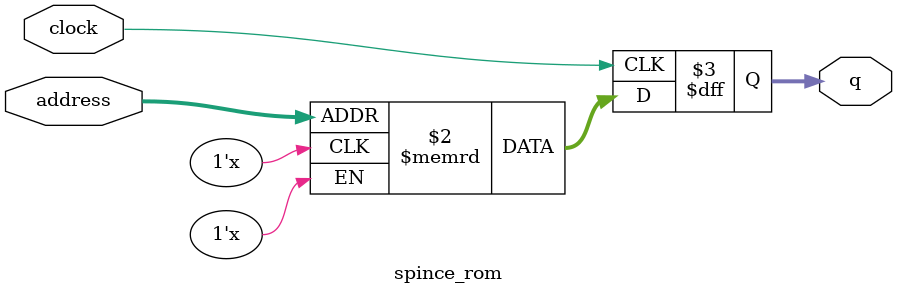
<source format=sv>
module spince_rom (
	input logic clock,
	input logic [7:0] address,
	output logic [2:0] q
);

logic [2:0] memory [0:149] /* synthesis ram_init_file = "./spince/spince.COE" */;

always_ff @ (posedge clock) begin
	q <= memory[address];
end

endmodule

</source>
